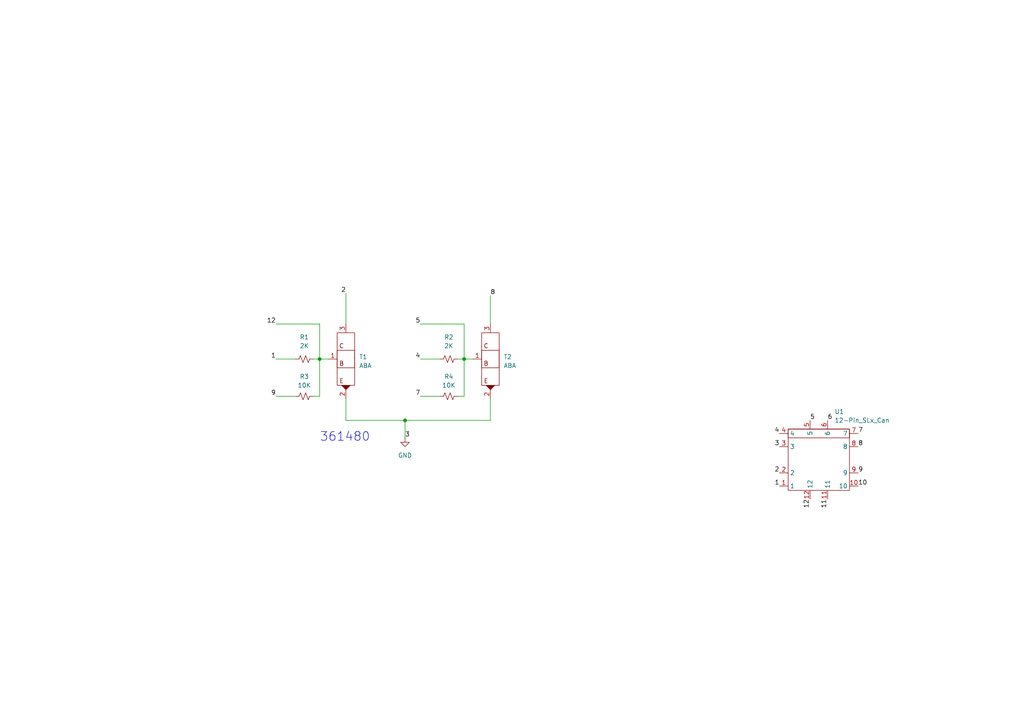
<source format=kicad_sch>
(kicad_sch (version 20211123) (generator eeschema)
  (paper "A4")
  (lib_symbols
    (symbol "Device:R_Small_US" (pin_numbers hide) (pin_names (offset 0.254) hide)
      (property "Reference" "R" (at 0.762 0.508 0))
      (property "Value" "R_Small_US" (at 0.762 -1.016 0))
      (symbol "R_Small_US_1_1"
        (polyline (pts (xy 0 0) (xy 1.016 -0.381) (xy 0 -0.762) (xy -1.016 -1.143) (xy 0 -1.524)))
        (polyline (pts (xy 0 1.524) (xy 1.016 1.143) (xy 0 0.762) (xy -1.016 0.381) (xy 0 0)))
        (pin passive line (at 0 2.54 270) (length 1.016) (name "~") (number "1"))
        (pin passive line (at 0 -2.54 90) (length 1.016) (name "~") (number "2"))
      )
    )
    (symbol "IBM_SLT-SLD:12-Pin_SLx_Can"
      (property "Reference" "U" (at 0 -2.54 0))
      (property "Value" "12-Pin_SLx_Can" (at 0 0 0))
      (symbol "12-Pin_SLx_Can_0_1"
        (rectangle (start -8.89 8.89) (end 8.89 -8.89))
        (rectangle (start -8.89 8.89) (end 8.89 6.35))
      )
      (symbol "12-Pin_SLx_Can_1_1"
        (pin passive line (at -11.43 -7.62 0) (length 2.54) (name "1") (number "1"))
        (pin passive line (at 11.43 -7.62 180) (length 2.54) (name "10") (number "10"))
        (pin passive line (at 2.54 -11.43 90) (length 2.54) (name "11") (number "11"))
        (pin passive line (at -2.54 -11.43 90) (length 2.54) (name "12") (number "12"))
        (pin passive line (at -11.43 -3.81 0) (length 2.54) (name "2") (number "2"))
        (pin passive line (at -11.43 3.81 0) (length 2.54) (name "3") (number "3"))
        (pin passive line (at -11.43 7.62 0) (length 2.54) (name "4") (number "4"))
        (pin passive line (at -2.54 11.43 270) (length 2.54) (name "5") (number "5"))
        (pin passive line (at 2.54 11.43 270) (length 2.54) (name "6") (number "6"))
        (pin passive line (at 11.43 7.62 180) (length 2.54) (name "7") (number "7"))
        (pin passive line (at 11.43 3.81 180) (length 2.54) (name "8") (number "8"))
        (pin passive line (at 11.43 -3.81 180) (length 2.54) (name "9") (number "9"))
      )
    )
    (symbol "IBM_SLT-SLD:IBM_Transistor"
      (property "Reference" "T" (at 0 5.08 0))
      (property "Value" "IBM_Transistor" (at 7.62 8.89 0))
      (symbol "IBM_Transistor_0_0"
        (text "B" (at -1.27 -1.27 0) (effects (font (size 1.27 1.27))))
        (text "C" (at -1.27 3.81 0) (effects (font (size 1.27 1.27))))
        (text "E" (at -1.27 -6.35 0) (effects (font (size 1.27 1.27))))
      )
      (symbol "IBM_Transistor_0_1"
        (rectangle (start -2.54 2.54) (end 2.54 -2.54))
        (rectangle (start -2.54 7.62) (end 2.54 -7.62))
        (polyline (pts (xy -1.27 -7.62) (xy 0 -8.89) (xy 1.27 -7.62)) (fill (type outline)))
      )
      (symbol "IBM_Transistor_1_1"
        (pin passive line (at -5.08 0 0) (length 2.54) (name "B") (number "1"))
        (pin passive line (at 0 -11.43 90) (length 2.54) (name "E") (number "2"))
        (pin passive line (at 0 10.16 270) (length 2.54) (name "C") (number "3"))
      )
    )
    (symbol "power:GND" (power) (pin_names (offset 0))
      (property "Value" "GND" (at 0 -3.81 0))
      (symbol "GND_0_1"
        (polyline (pts (xy 0 0) (xy 0 -1.27) (xy 1.27 -1.27) (xy 0 -2.54) (xy -1.27 -1.27) (xy 0 -1.27)))
      )
      (symbol "GND_1_1"
        (pin power_in line (at 0 0 270) (length 0) hide (name "GND") (number "1"))
      )
    )
  )
  (junction (at 92.71 104.14))
  (junction (at 117.475 121.92))
  (junction (at 134.62 104.14))
  (wire (pts (xy 92.71 114.935) (xy 92.71 104.14)))
  (wire (pts (xy 134.62 114.935) (xy 134.62 104.14)))
  (wire (pts (xy 121.92 93.98) (xy 134.62 93.98)))
  (wire (pts (xy 92.71 93.98) (xy 92.71 104.14)))
  (wire (pts (xy 134.62 93.98) (xy 134.62 104.14)))
  (wire (pts (xy 121.92 104.14) (xy 127.635 104.14)))
  (wire (pts (xy 132.715 104.14) (xy 134.62 104.14)))
  (wire (pts (xy 142.24 85.725) (xy 142.24 93.98)))
  (wire (pts (xy 90.805 104.14) (xy 92.71 104.14)))
  (wire (pts (xy 92.71 104.14) (xy 95.25 104.14)))
  (wire (pts (xy 142.24 121.92) (xy 142.24 115.57)))
  (wire (pts (xy 80.01 104.14) (xy 85.725 104.14)))
  (wire (pts (xy 134.62 104.14) (xy 137.16 104.14)))
  (wire (pts (xy 100.33 85.09) (xy 100.33 93.98)))
  (wire (pts (xy 80.01 114.935) (xy 85.725 114.935)))
  (wire (pts (xy 121.92 114.935) (xy 127.635 114.935)))
  (wire (pts (xy 117.475 121.92) (xy 142.24 121.92)))
  (wire (pts (xy 100.33 115.57) (xy 100.33 121.92)))
  (wire (pts (xy 100.33 121.92) (xy 117.475 121.92)))
  (wire (pts (xy 132.715 114.935) (xy 134.62 114.935)))
  (wire (pts (xy 80.01 93.98) (xy 92.71 93.98)))
  (wire (pts (xy 117.475 121.92) (xy 117.475 127)))
  (wire (pts (xy 90.805 114.935) (xy 92.71 114.935)))
  (text "361480" (at 92.71 128.27 0) (effects (font (size 2.54 2.54)) (justify left bottom)))
  (label "8" (at 142.24 85.725 0))
  (label "9" (at 248.92 137.16 0))
  (label "7" (at 248.92 125.73 0))
  (label "12" (at 80.01 93.98 180))
  (label "5" (at 121.92 93.98 180))
  (label "4" (at 121.92 104.14 180))
  (label "3" (at 117.475 127 0))
  (label "5" (at 234.95 121.92 0))
  (label "11" (at 240.03 144.78 270))
  (label "7" (at 121.92 114.935 180))
  (label "2" (at 100.33 85.09 180))
  (label "4" (at 226.06 125.73 180))
  (label "10" (at 248.92 140.97 0))
  (label "3" (at 226.06 129.54 180))
  (label "8" (at 248.92 129.54 0))
  (label "1" (at 226.06 140.97 180))
  (label "12" (at 234.95 144.78 270))
  (label "2" (at 226.06 137.16 180))
  (label "9" (at 80.01 114.935 180))
  (label "6" (at 240.03 121.92 0))
  (label "1" (at 80.01 104.14 180))
  (symbol (lib_id "IBM_SLT-SLD:IBM_Transistor") (at 142.24 104.14 0) (unit 1)
    (property "Reference" "T2" (at 146.05 103.5049 0) (effects (justify left)))
    (property "Value" "ABA" (at 146.05 106.0449 0) (effects (justify left)))
  )
  (symbol (lib_id "Device:R_Small_US") (at 88.265 114.935 90) (unit 1)
    (property "Reference" "R3" (at 88.265 109.22 90))
    (property "Value" "10K" (at 88.265 111.76 90))
    (property "Footprint" "Resistor_SMD:R_0201_0603Metric" (effects hide))
  )
  (symbol (lib_id "Device:R_Small_US") (at 88.265 104.14 90) (unit 1)
    (property "Reference" "R1" (at 88.265 97.79 90))
    (property "Value" "2K" (at 88.265 100.33 90))
    (property "Footprint" "Resistor_SMD:R_0201_0603Metric" (effects hide))
  )
  (symbol (lib_id "Device:R_Small_US") (at 130.175 114.935 90) (unit 1)
    (property "Reference" "R4" (at 130.175 109.22 90))
    (property "Value" "10K" (at 130.175 111.76 90))
    (property "Footprint" "Resistor_SMD:R_0201_0603Metric" (effects hide))
  )
  (symbol (lib_id "IBM_SLT-SLD:12-Pin_SLx_Can") (at 237.49 133.35 0) (unit 1)
    (property "Reference" "U1" (at 242.0494 119.38 0) (effects (justify left)))
    (property "Value" "12-Pin_SLx_Can" (at 242.0494 121.92 0) (effects (justify left)))
    (property "Footprint" "IBM_SLT-SLD:12-Pin_SLx_Can" (effects hide))
  )
  (symbol (lib_id "IBM_SLT-SLD:IBM_Transistor") (at 100.33 104.14 0) (unit 1)
    (property "Reference" "T1" (at 104.14 103.5049 0) (effects (justify left)))
    (property "Value" "ABA" (at 104.14 106.0449 0) (effects (justify left)))
  )
  (symbol (lib_id "power:GND") (at 117.475 127 0) (unit 1)
    (property "Reference" "#PWR?" (effects hide))
    (property "Value" "GND" (at 117.475 132.08 0))
  )
  (symbol (lib_id "Device:R_Small_US") (at 130.175 104.14 90) (unit 1)
    (property "Reference" "R2" (at 130.175 97.79 90))
    (property "Value" "2K" (at 130.175 100.33 90))
    (property "Footprint" "Resistor_SMD:R_0201_0603Metric" (effects hide))
  )
)
</source>
